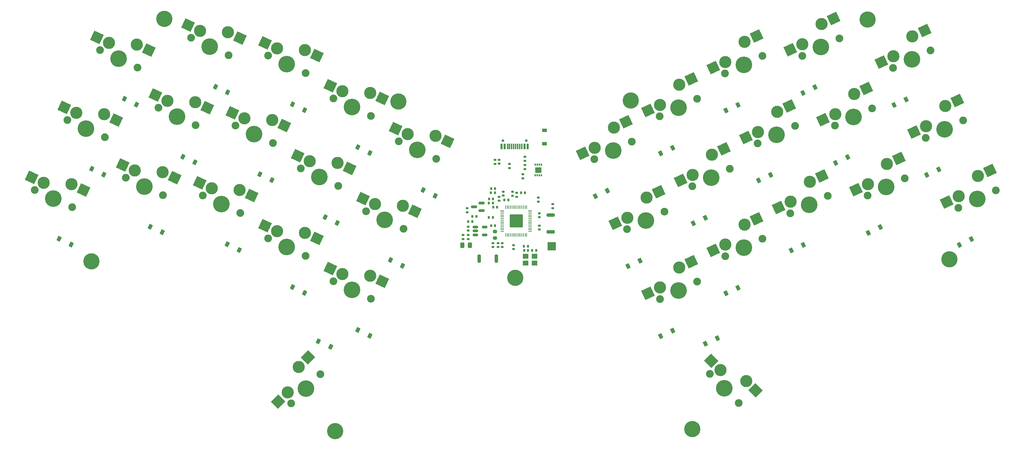
<source format=gbs>
G04 #@! TF.GenerationSoftware,KiCad,Pcbnew,7.0.1*
G04 #@! TF.CreationDate,2023-04-05T18:38:50-04:00*
G04 #@! TF.ProjectId,32kb,33326b62-2e6b-4696-9361-645f70636258,rev?*
G04 #@! TF.SameCoordinates,Original*
G04 #@! TF.FileFunction,Soldermask,Bot*
G04 #@! TF.FilePolarity,Negative*
%FSLAX46Y46*%
G04 Gerber Fmt 4.6, Leading zero omitted, Abs format (unit mm)*
G04 Created by KiCad (PCBNEW 7.0.1) date 2023-04-05 18:38:50*
%MOMM*%
%LPD*%
G01*
G04 APERTURE LIST*
G04 Aperture macros list*
%AMRoundRect*
0 Rectangle with rounded corners*
0 $1 Rounding radius*
0 $2 $3 $4 $5 $6 $7 $8 $9 X,Y pos of 4 corners*
0 Add a 4 corners polygon primitive as box body*
4,1,4,$2,$3,$4,$5,$6,$7,$8,$9,$2,$3,0*
0 Add four circle primitives for the rounded corners*
1,1,$1+$1,$2,$3*
1,1,$1+$1,$4,$5*
1,1,$1+$1,$6,$7*
1,1,$1+$1,$8,$9*
0 Add four rect primitives between the rounded corners*
20,1,$1+$1,$2,$3,$4,$5,0*
20,1,$1+$1,$4,$5,$6,$7,0*
20,1,$1+$1,$6,$7,$8,$9,0*
20,1,$1+$1,$8,$9,$2,$3,0*%
%AMRotRect*
0 Rectangle, with rotation*
0 The origin of the aperture is its center*
0 $1 length*
0 $2 width*
0 $3 Rotation angle, in degrees counterclockwise*
0 Add horizontal line*
21,1,$1,$2,0,0,$3*%
G04 Aperture macros list end*
%ADD10C,0.500000*%
%ADD11C,4.000000*%
%ADD12C,1.900000*%
%ADD13C,3.000000*%
%ADD14C,4.100000*%
%ADD15RotRect,2.550000X2.500000X135.000000*%
%ADD16RotRect,2.550000X2.500000X225.000000*%
%ADD17RotRect,2.550000X2.500000X205.000000*%
%ADD18RotRect,2.550000X2.500000X155.000000*%
%ADD19RoundRect,0.200000X-0.800000X0.200000X-0.800000X-0.200000X0.800000X-0.200000X0.800000X0.200000X0*%
%ADD20RoundRect,0.135000X-0.185000X0.135000X-0.185000X-0.135000X0.185000X-0.135000X0.185000X0.135000X0*%
%ADD21RoundRect,0.140000X-0.170000X0.140000X-0.170000X-0.140000X0.170000X-0.140000X0.170000X0.140000X0*%
%ADD22RoundRect,0.135000X0.185000X-0.135000X0.185000X0.135000X-0.185000X0.135000X-0.185000X-0.135000X0*%
%ADD23RoundRect,0.140000X-0.140000X-0.170000X0.140000X-0.170000X0.140000X0.170000X-0.140000X0.170000X0*%
%ADD24RotRect,0.900000X1.200000X155.000000*%
%ADD25RoundRect,0.050000X0.387500X0.050000X-0.387500X0.050000X-0.387500X-0.050000X0.387500X-0.050000X0*%
%ADD26RoundRect,0.050000X0.050000X0.387500X-0.050000X0.387500X-0.050000X-0.387500X0.050000X-0.387500X0*%
%ADD27RoundRect,0.144000X1.456000X1.456000X-1.456000X1.456000X-1.456000X-1.456000X1.456000X-1.456000X0*%
%ADD28RoundRect,0.200000X-0.200000X-0.800000X0.200000X-0.800000X0.200000X0.800000X-0.200000X0.800000X0*%
%ADD29RotRect,0.900000X1.200000X205.000000*%
%ADD30RoundRect,0.087500X0.087500X-0.175000X0.087500X0.175000X-0.087500X0.175000X-0.087500X-0.175000X0*%
%ADD31R,1.600000X1.400000*%
%ADD32RoundRect,0.147500X-0.147500X-0.172500X0.147500X-0.172500X0.147500X0.172500X-0.147500X0.172500X0*%
%ADD33RoundRect,0.135000X-0.135000X-0.185000X0.135000X-0.185000X0.135000X0.185000X-0.135000X0.185000X0*%
%ADD34RoundRect,0.243750X-0.243750X-0.456250X0.243750X-0.456250X0.243750X0.456250X-0.243750X0.456250X0*%
%ADD35RoundRect,0.135000X0.135000X0.185000X-0.135000X0.185000X-0.135000X-0.185000X0.135000X-0.185000X0*%
%ADD36RoundRect,0.147500X0.147500X0.172500X-0.147500X0.172500X-0.147500X-0.172500X0.147500X-0.172500X0*%
%ADD37RoundRect,0.140000X0.140000X0.170000X-0.140000X0.170000X-0.140000X-0.170000X0.140000X-0.170000X0*%
%ADD38R,2.000000X2.000000*%
%ADD39RoundRect,0.150000X-0.512500X-0.150000X0.512500X-0.150000X0.512500X0.150000X-0.512500X0.150000X0*%
%ADD40R,1.400000X1.200000*%
%ADD41RoundRect,0.140000X0.170000X-0.140000X0.170000X0.140000X-0.170000X0.140000X-0.170000X-0.140000X0*%
%ADD42C,0.650000*%
%ADD43R,0.600000X1.450000*%
%ADD44R,0.300000X1.450000*%
%ADD45RoundRect,0.200000X0.275000X-0.200000X0.275000X0.200000X-0.275000X0.200000X-0.275000X-0.200000X0*%
%ADD46RoundRect,0.150000X0.587500X0.150000X-0.587500X0.150000X-0.587500X-0.150000X0.587500X-0.150000X0*%
%ADD47RoundRect,0.225000X0.375000X-0.225000X0.375000X0.225000X-0.375000X0.225000X-0.375000X-0.225000X0*%
G04 APERTURE END LIST*
D10*
X150098000Y-109375000D03*
X149658000Y-110435000D03*
X149658000Y-108315000D03*
X148598000Y-110875000D03*
D11*
X148598000Y-109375000D03*
D10*
X148598000Y-107875000D03*
X147538000Y-110435000D03*
X147538000Y-108315000D03*
X147098000Y-109375000D03*
X45723000Y-105325000D03*
X45283000Y-106385000D03*
X45283000Y-104265000D03*
X44223000Y-106825000D03*
D11*
X44223000Y-105325000D03*
D10*
X44223000Y-103825000D03*
X43163000Y-106385000D03*
X43163000Y-104265000D03*
X42723000Y-105325000D03*
X257098000Y-104825000D03*
X256658000Y-105885000D03*
X256658000Y-103765000D03*
X255598000Y-106325000D03*
D11*
X255598000Y-104825000D03*
D10*
X255598000Y-103325000D03*
X254538000Y-105885000D03*
X254538000Y-103765000D03*
X254098000Y-104825000D03*
X63723000Y-45425000D03*
X63283000Y-46485000D03*
X63283000Y-44365000D03*
X62223000Y-46925000D03*
D11*
X62223000Y-45425000D03*
D10*
X62223000Y-43925000D03*
X61163000Y-46485000D03*
X61163000Y-44365000D03*
X60723000Y-45425000D03*
X236898000Y-45575000D03*
X236458000Y-46635000D03*
X236458000Y-44515000D03*
X235398000Y-47075000D03*
D11*
X235398000Y-45575000D03*
D10*
X235398000Y-44075000D03*
X234338000Y-46635000D03*
X234338000Y-44515000D03*
X233898000Y-45575000D03*
X178623000Y-65600000D03*
X178183000Y-66660000D03*
X178183000Y-64540000D03*
X177123000Y-67100000D03*
D11*
X177123000Y-65600000D03*
D10*
X177123000Y-64100000D03*
X176063000Y-66660000D03*
X176063000Y-64540000D03*
X175623000Y-65600000D03*
X121363000Y-65840000D03*
X120923000Y-66900000D03*
X120923000Y-64780000D03*
X119863000Y-67340000D03*
D11*
X119863000Y-65840000D03*
D10*
X119863000Y-64340000D03*
X118803000Y-66900000D03*
X118803000Y-64780000D03*
X118363000Y-65840000D03*
X105798000Y-147225000D03*
X105358000Y-148285000D03*
X105358000Y-146165000D03*
X104298000Y-148725000D03*
D11*
X104298000Y-147225000D03*
D10*
X104298000Y-145725000D03*
X103238000Y-148285000D03*
X103238000Y-146165000D03*
X102798000Y-147225000D03*
D11*
X192198000Y-146700000D03*
D10*
X190698000Y-146700000D03*
X193698000Y-146700000D03*
X192198000Y-148200000D03*
X192198000Y-145200000D03*
X191138000Y-147760000D03*
X193258000Y-147760000D03*
X193258000Y-145640000D03*
X191138000Y-145640000D03*
D12*
X196523523Y-133047804D03*
D13*
X199217599Y-132149778D03*
D14*
X200115625Y-136639906D03*
D13*
X205503779Y-134843855D03*
D12*
X203707727Y-140232008D03*
D15*
X196901825Y-129834003D03*
X207838645Y-137178721D03*
D12*
X93458454Y-140343152D03*
D13*
X92560428Y-137649076D03*
D14*
X97050556Y-136751050D03*
D13*
X95254505Y-131362896D03*
D12*
X100642658Y-133158948D03*
D16*
X90244653Y-139964850D03*
X97589371Y-129028030D03*
D12*
X257809497Y-92080558D03*
D13*
X257887058Y-89241811D03*
D14*
X262413541Y-89933657D03*
D13*
X262568662Y-84256163D03*
D12*
X267017585Y-87786756D03*
D17*
X254918900Y-90625886D03*
X265561290Y-82860678D03*
D12*
X235391772Y-89081731D03*
D13*
X235469333Y-86242984D03*
D14*
X239995816Y-86934830D03*
D13*
X240150937Y-81257336D03*
D12*
X244599860Y-84787929D03*
D17*
X232501175Y-87627059D03*
X243143565Y-79861851D03*
D12*
X216409088Y-93449374D03*
D13*
X216486649Y-90610627D03*
D14*
X221013132Y-91302473D03*
D13*
X221168253Y-85624979D03*
D12*
X225617176Y-89155572D03*
D17*
X213518491Y-91994702D03*
X224160881Y-84229494D03*
D12*
X200324720Y-104032476D03*
D13*
X200402281Y-101193729D03*
D14*
X204928764Y-101885575D03*
D13*
X205083885Y-96208081D03*
D12*
X209532808Y-99738674D03*
D17*
X197434123Y-102577804D03*
X208076513Y-94812596D03*
D12*
X184240352Y-114615578D03*
D13*
X184317913Y-111776831D03*
D14*
X188844396Y-112468677D03*
D13*
X188999517Y-106791183D03*
D12*
X193448440Y-110321776D03*
D17*
X181349755Y-113160906D03*
X191992145Y-105395698D03*
D12*
X103825086Y-110202718D03*
D13*
X106049548Y-108437422D03*
D14*
X108429130Y-112349619D03*
D13*
X112878053Y-108819026D03*
D12*
X113033174Y-114496520D03*
D18*
X103081390Y-107053347D03*
X115870681Y-110214511D03*
D12*
X87740718Y-99619616D03*
D13*
X89965180Y-97854320D03*
D14*
X92344762Y-101766517D03*
D13*
X96793685Y-98235924D03*
D12*
X96948806Y-103913418D03*
D18*
X86997022Y-96470245D03*
X99786313Y-99631409D03*
D12*
X71656350Y-89036515D03*
D13*
X73880812Y-87271219D03*
D14*
X76260394Y-91183416D03*
D13*
X80709317Y-87652823D03*
D12*
X80864438Y-93330317D03*
D18*
X70912654Y-85887144D03*
X83701945Y-89048308D03*
D12*
X52673666Y-84668872D03*
D13*
X54898128Y-82903576D03*
D14*
X57277710Y-86815773D03*
D13*
X61726633Y-83285180D03*
D12*
X61881754Y-88962674D03*
D18*
X51929970Y-81519501D03*
X64719261Y-84680665D03*
D12*
X30255941Y-87667698D03*
D13*
X32480403Y-85902402D03*
D14*
X34859985Y-89814599D03*
D13*
X39308908Y-86284006D03*
D12*
X39464029Y-91961500D03*
D18*
X29512245Y-84518327D03*
X42301536Y-87679491D03*
D12*
X249758620Y-74815395D03*
D13*
X249836181Y-71976648D03*
D14*
X254362664Y-72668494D03*
D13*
X254517785Y-66991000D03*
D12*
X258966708Y-70521593D03*
D17*
X246868023Y-73360723D03*
X257510413Y-65595515D03*
D12*
X227340894Y-71816568D03*
D13*
X227418455Y-68977821D03*
D14*
X231944938Y-69669667D03*
D13*
X232100059Y-63992173D03*
D12*
X236548982Y-67522766D03*
D17*
X224450297Y-70361896D03*
X235092687Y-62596688D03*
D12*
X208358210Y-76184211D03*
D13*
X208435771Y-73345464D03*
D14*
X212962254Y-74037310D03*
D13*
X213117375Y-68359816D03*
D12*
X217566298Y-71890409D03*
D17*
X205467613Y-74729539D03*
X216110003Y-66964331D03*
D12*
X192273842Y-86767313D03*
D13*
X192351403Y-83928566D03*
D14*
X196877886Y-84620412D03*
D13*
X197033007Y-78942918D03*
D12*
X201481930Y-82473511D03*
D17*
X189383245Y-85312641D03*
X200025635Y-77547433D03*
D12*
X176189475Y-97350415D03*
D13*
X176267036Y-94511668D03*
D14*
X180793519Y-95203514D03*
D13*
X180948640Y-89526020D03*
D12*
X185397563Y-93056613D03*
D17*
X173298878Y-95895743D03*
X183941268Y-88130535D03*
D12*
X111875964Y-92937555D03*
D13*
X114100426Y-91172259D03*
D14*
X116480008Y-95084456D03*
D13*
X120928931Y-91553863D03*
D12*
X121084052Y-97231357D03*
D18*
X111132268Y-89788184D03*
X123921559Y-92949348D03*
D12*
X95791596Y-82354453D03*
D13*
X98016058Y-80589157D03*
D14*
X100395640Y-84501354D03*
D13*
X104844563Y-80970761D03*
D12*
X104999684Y-86648255D03*
D18*
X95047900Y-79205082D03*
X107837191Y-82366246D03*
D12*
X79707228Y-71771351D03*
D13*
X81931690Y-70006055D03*
D14*
X84311272Y-73918252D03*
D13*
X88760195Y-70387659D03*
D12*
X88915316Y-76065153D03*
D18*
X78963532Y-68621980D03*
X91752823Y-71783144D03*
D12*
X60724544Y-67403708D03*
D13*
X62949006Y-65638412D03*
D14*
X65328588Y-69550609D03*
D13*
X69777511Y-66020016D03*
D12*
X69932632Y-71697510D03*
D18*
X59980848Y-64254337D03*
X72770139Y-67415501D03*
D12*
X38306819Y-70402535D03*
D13*
X40531281Y-68637239D03*
D14*
X42910863Y-72549436D03*
D13*
X47359786Y-69018843D03*
D12*
X47514907Y-74696337D03*
D18*
X37563123Y-67253164D03*
X50352414Y-70414328D03*
D12*
X241707742Y-57550231D03*
D13*
X241785303Y-54711484D03*
D14*
X246311786Y-55403330D03*
D13*
X246466907Y-49725836D03*
D12*
X250915830Y-53256429D03*
D17*
X238817145Y-56095559D03*
X249459535Y-48330351D03*
D12*
X219290016Y-54551405D03*
D13*
X219367577Y-51712658D03*
D14*
X223894060Y-52404504D03*
D13*
X224049181Y-46727010D03*
D12*
X228498104Y-50257603D03*
D17*
X216399419Y-53096733D03*
X227041809Y-45331525D03*
D12*
X200307333Y-58919048D03*
D13*
X200384894Y-56080301D03*
D14*
X204911377Y-56772147D03*
D13*
X205066498Y-51094653D03*
D12*
X209515421Y-54625246D03*
D17*
X197416736Y-57464376D03*
X208059126Y-49699168D03*
D12*
X184222965Y-69502149D03*
D13*
X184300526Y-66663402D03*
D14*
X188827009Y-67355248D03*
D13*
X188982130Y-61677754D03*
D12*
X193431053Y-65208347D03*
D17*
X181332368Y-68047477D03*
X191974758Y-60282269D03*
D12*
X168138597Y-80085251D03*
D13*
X168216158Y-77246504D03*
D14*
X172742641Y-77938350D03*
D13*
X172897762Y-72260856D03*
D12*
X177346685Y-75791449D03*
D17*
X165248000Y-78630579D03*
X175890390Y-70865371D03*
D12*
X119926842Y-75672392D03*
D13*
X122151304Y-73907096D03*
D14*
X124530886Y-77819293D03*
D13*
X128979809Y-74288700D03*
D12*
X129134930Y-79966194D03*
D18*
X119183146Y-72523021D03*
X131972437Y-75684185D03*
D12*
X103842474Y-65089290D03*
D13*
X106066936Y-63323994D03*
D14*
X108446518Y-67236191D03*
D13*
X112895441Y-63705598D03*
D12*
X113050562Y-69383092D03*
D18*
X103098778Y-61939919D03*
X115888069Y-65101083D03*
D12*
X87758106Y-54506188D03*
D13*
X89982568Y-52740892D03*
D14*
X92362150Y-56653089D03*
D13*
X96811073Y-53122496D03*
D12*
X96966194Y-58799990D03*
D18*
X87014410Y-51356817D03*
X99803701Y-54517981D03*
D12*
X68775422Y-50138545D03*
D13*
X70999884Y-48373249D03*
D14*
X73379466Y-52285446D03*
D13*
X77828389Y-48754853D03*
D12*
X77983510Y-54432347D03*
D18*
X68031726Y-46989174D03*
X80821017Y-50150338D03*
D12*
X46357697Y-53137372D03*
D13*
X48582159Y-51372076D03*
D14*
X50961741Y-55284273D03*
D13*
X55410664Y-51753680D03*
D12*
X55565785Y-57431174D03*
D18*
X45614001Y-49988001D03*
X58403292Y-53149165D03*
D19*
X157374000Y-93862000D03*
X157374000Y-98062000D03*
D20*
X154323000Y-89515000D03*
X154323000Y-90535000D03*
D21*
X143150000Y-100816000D03*
X143150000Y-101776000D03*
D20*
X148992000Y-88342000D03*
X148992000Y-89362000D03*
D22*
X147214000Y-82248000D03*
X147214000Y-81228000D03*
D23*
X150036000Y-88342000D03*
X150996000Y-88342000D03*
D22*
X136800000Y-93170000D03*
X136800000Y-92150000D03*
D24*
X88709955Y-85217905D03*
X85719139Y-83823265D03*
D23*
X150798000Y-102566000D03*
X151758000Y-102566000D03*
D25*
X152299500Y-92735500D03*
X152299500Y-93135500D03*
X152299500Y-93535500D03*
X152299500Y-93935500D03*
X152299500Y-94335500D03*
X152299500Y-94735500D03*
X152299500Y-95135500D03*
X152299500Y-95535500D03*
X152299500Y-95935500D03*
X152299500Y-96335500D03*
X152299500Y-96735500D03*
X152299500Y-97135500D03*
X152299500Y-97535500D03*
X152299500Y-97935500D03*
D26*
X151462000Y-98773000D03*
X151062000Y-98773000D03*
X150662000Y-98773000D03*
X150262000Y-98773000D03*
X149862000Y-98773000D03*
X149462000Y-98773000D03*
X149062000Y-98773000D03*
X148662000Y-98773000D03*
X148262000Y-98773000D03*
X147862000Y-98773000D03*
X147462000Y-98773000D03*
X147062000Y-98773000D03*
X146662000Y-98773000D03*
X146262000Y-98773000D03*
D25*
X145424500Y-97935500D03*
X145424500Y-97535500D03*
X145424500Y-97135500D03*
X145424500Y-96735500D03*
X145424500Y-96335500D03*
X145424500Y-95935500D03*
X145424500Y-95535500D03*
X145424500Y-95135500D03*
X145424500Y-94735500D03*
X145424500Y-94335500D03*
X145424500Y-93935500D03*
X145424500Y-93535500D03*
X145424500Y-93135500D03*
X145424500Y-92735500D03*
D26*
X146262000Y-91898000D03*
X146662000Y-91898000D03*
X147062000Y-91898000D03*
X147462000Y-91898000D03*
X147862000Y-91898000D03*
X148262000Y-91898000D03*
X148662000Y-91898000D03*
X149062000Y-91898000D03*
X149462000Y-91898000D03*
X149862000Y-91898000D03*
X150262000Y-91898000D03*
X150662000Y-91898000D03*
X151062000Y-91898000D03*
X151462000Y-91898000D03*
D27*
X148862000Y-95335500D03*
D24*
X96760833Y-67952742D03*
X93770017Y-66558102D03*
D22*
X135784000Y-99774000D03*
X135784000Y-98754000D03*
D21*
X148230000Y-101324000D03*
X148230000Y-102284000D03*
D28*
X139780000Y-104598000D03*
X143980000Y-104598000D03*
D20*
X157882000Y-91134000D03*
X157882000Y-92154000D03*
D29*
X187436530Y-122373690D03*
X184445714Y-123768330D03*
D23*
X142190000Y-89866000D03*
X143150000Y-89866000D03*
D24*
X96743445Y-113066170D03*
X93752629Y-111671530D03*
D29*
X222486194Y-62309517D03*
X219495378Y-63704157D03*
X187419142Y-77260261D03*
X184428326Y-78654901D03*
D30*
X155076000Y-84041500D03*
X154576000Y-84041500D03*
X154076000Y-84041500D03*
X153576000Y-84041500D03*
X153576000Y-81466500D03*
X154076000Y-81466500D03*
X154576000Y-81466500D03*
X155076000Y-81466500D03*
D31*
X154326000Y-82754000D03*
D24*
X125938752Y-87724306D03*
X128929568Y-89118946D03*
D32*
X137077000Y-95454000D03*
X138047000Y-95454000D03*
D33*
X142130000Y-94438000D03*
X143150000Y-94438000D03*
D21*
X144420000Y-100816000D03*
X144420000Y-101776000D03*
D34*
X135608500Y-101296000D03*
X137483500Y-101296000D03*
D35*
X143660000Y-88342000D03*
X142640000Y-88342000D03*
D36*
X139063000Y-94184000D03*
X138093000Y-94184000D03*
D21*
X145436000Y-100816000D03*
X145436000Y-101776000D03*
D24*
X112845201Y-78535844D03*
X109854385Y-77141204D03*
D37*
X153762000Y-102566000D03*
X152802000Y-102566000D03*
D38*
X157628000Y-101550000D03*
D24*
X80659077Y-102483069D03*
X77668261Y-101088429D03*
D29*
X198407434Y-124264323D03*
X195416618Y-125658963D03*
D24*
X69727271Y-80850262D03*
X66736455Y-79455622D03*
D29*
X219605266Y-101207486D03*
X216614450Y-102602126D03*
D24*
X39258668Y-101114252D03*
X36267852Y-99719612D03*
D22*
X150516000Y-84786000D03*
X150516000Y-83766000D03*
D37*
X146904000Y-90120000D03*
X145944000Y-90120000D03*
D39*
X138832000Y-98756000D03*
X138832000Y-97806000D03*
X138832000Y-96856000D03*
X141107000Y-96856000D03*
X141107000Y-98756000D03*
D24*
X120878691Y-106384109D03*
X117887875Y-104989469D03*
D33*
X150768000Y-101550000D03*
X151788000Y-101550000D03*
D29*
X261005675Y-99838670D03*
X258014859Y-101233310D03*
X171334774Y-87843363D03*
X168343958Y-89238003D03*
D40*
X153394000Y-105702000D03*
X151194000Y-105702000D03*
X151194000Y-104002000D03*
X153394000Y-104002000D03*
D24*
X55360423Y-66583926D03*
X52369607Y-65189286D03*
D41*
X145690000Y-89076000D03*
X145690000Y-88116000D03*
X144674000Y-81202000D03*
X144674000Y-80242000D03*
D29*
X238587950Y-96839843D03*
X235597134Y-98234483D03*
D20*
X151024000Y-79450000D03*
X151024000Y-80470000D03*
D42*
X145594000Y-75521000D03*
X151374000Y-75521000D03*
D43*
X145259000Y-76966000D03*
X146034000Y-76966000D03*
D44*
X146734000Y-76966000D03*
X147234000Y-76966000D03*
X147734000Y-76966000D03*
X148234000Y-76966000D03*
X148734000Y-76966000D03*
X149234000Y-76966000D03*
X149734000Y-76966000D03*
X150234000Y-76966000D03*
D43*
X150934000Y-76966000D03*
X151709000Y-76966000D03*
D45*
X143658000Y-99581000D03*
X143658000Y-97931000D03*
D29*
X211554388Y-83942323D03*
X208563572Y-85336963D03*
D37*
X143094000Y-90882000D03*
X142134000Y-90882000D03*
D24*
X103130776Y-126414178D03*
X100139960Y-125019538D03*
X47309546Y-83849089D03*
X44318730Y-82454449D03*
D37*
X144138000Y-91898000D03*
X143178000Y-91898000D03*
D24*
X104794323Y-95801007D03*
X101803507Y-94406367D03*
D21*
X137054000Y-96752000D03*
X137054000Y-97712000D03*
D24*
X61676393Y-98115426D03*
X58685577Y-96720786D03*
D29*
X230537072Y-79574680D03*
X227546256Y-80969320D03*
D20*
X137054000Y-98756000D03*
X137054000Y-99776000D03*
D24*
X112827813Y-123649272D03*
X109836997Y-122254632D03*
D20*
X143658000Y-80214000D03*
X143658000Y-81234000D03*
D29*
X195470020Y-94525425D03*
X192479204Y-95920065D03*
X203503510Y-66677160D03*
X200512694Y-68071800D03*
X179385652Y-105108527D03*
X176394836Y-106503167D03*
D46*
X140356000Y-90882000D03*
X140356000Y-92782000D03*
X138481000Y-91832000D03*
D29*
X252954797Y-82573507D03*
X249963981Y-83968147D03*
D41*
X144674000Y-90346000D03*
X144674000Y-89386000D03*
D20*
X151024000Y-81484000D03*
X151024000Y-82504000D03*
D23*
X142670000Y-87326000D03*
X143630000Y-87326000D03*
D29*
X244903919Y-65308343D03*
X241913103Y-66702983D03*
D21*
X154580000Y-96498000D03*
X154580000Y-97458000D03*
D24*
X77778149Y-63585099D03*
X74787333Y-62190459D03*
D21*
X154580000Y-93450000D03*
X154580000Y-94410000D03*
D47*
X155850000Y-76276000D03*
X155850000Y-72976000D03*
D29*
X203520898Y-111790588D03*
X200530082Y-113185228D03*
D20*
X147976000Y-88086000D03*
X147976000Y-89106000D03*
D37*
X143630000Y-96470000D03*
X142670000Y-96470000D03*
M02*

</source>
